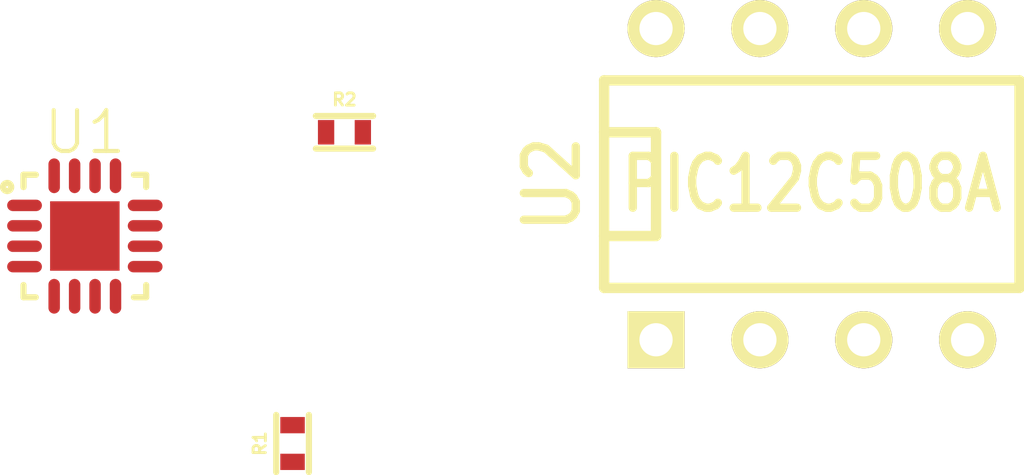
<source format=kicad_pcb>
(kicad_pcb (version 4) (host pcbnew "(2014-08-29 BZR 5106)-product")

  (general
    (links 0)
    (no_connects 0)
    (area 0 0 0 0)
    (thickness 1.6)
    (drawings 0)
    (tracks 0)
    (zones 0)
    (modules 4)
    (nets 30)
  )

  (page A4)
  (layers
    (0 F.Cu signal)
    (31 B.Cu signal)
    (32 B.Adhes user)
    (33 F.Adhes user)
    (34 B.Paste user)
    (35 F.Paste user)
    (36 B.SilkS user)
    (37 F.SilkS user)
    (38 B.Mask user)
    (39 F.Mask user)
    (40 Dwgs.User user)
    (41 Cmts.User user)
    (42 Eco1.User user)
    (43 Eco2.User user)
    (44 Edge.Cuts user)
    (45 Margin user)
    (46 B.CrtYd user)
    (47 F.CrtYd user)
    (48 B.Fab user)
    (49 F.Fab user)
  )

  (setup
    (last_trace_width 0.254)
    (trace_clearance 0.254)
    (zone_clearance 0.508)
    (zone_45_only no)
    (trace_min 0.254)
    (segment_width 0.2)
    (edge_width 0.1)
    (via_size 0.889)
    (via_drill 0.635)
    (via_min_size 0.889)
    (via_min_drill 0.508)
    (uvia_size 0.508)
    (uvia_drill 0.127)
    (uvias_allowed no)
    (uvia_min_size 0.508)
    (uvia_min_drill 0.127)
    (pcb_text_width 0.3)
    (pcb_text_size 1.5 1.5)
    (mod_edge_width 0.15)
    (mod_text_size 1 1)
    (mod_text_width 0.15)
    (pad_size 1.7 1.7)
    (pad_drill 0)
    (pad_to_mask_clearance 0)
    (aux_axis_origin 0 0)
    (visible_elements FFFFF77F)
    (pcbplotparams
      (layerselection 0x00030_80000001)
      (usegerberextensions false)
      (excludeedgelayer true)
      (linewidth 0.100000)
      (plotframeref false)
      (viasonmask false)
      (mode 1)
      (useauxorigin false)
      (hpglpennumber 1)
      (hpglpenspeed 20)
      (hpglpendiameter 15)
      (hpglpenoverlay 2)
      (psnegative false)
      (psa4output false)
      (plotreference true)
      (plotvalue true)
      (plotinvisibletext false)
      (padsonsilk false)
      (subtractmaskfromsilk false)
      (outputformat 1)
      (mirror false)
      (drillshape 1)
      (scaleselection 1)
      (outputdirectory ""))
  )

  (net 0 "")
  (net 1 "Net-(R1-Pad1)")
  (net 2 "Net-(R1-Pad2)")
  (net 3 "Net-(R2-Pad1)")
  (net 4 "Net-(R2-Pad2)")
  (net 5 "Net-(U1-Pad1)")
  (net 6 "Net-(U1-Pad2)")
  (net 7 "Net-(U1-Pad3)")
  (net 8 "Net-(U1-Pad4)")
  (net 9 "Net-(U1-Pad5)")
  (net 10 "Net-(U1-Pad6)")
  (net 11 "Net-(U1-Pad7)")
  (net 12 "Net-(U1-Pad8)")
  (net 13 "Net-(U1-Pad9)")
  (net 14 "Net-(U1-Pad10)")
  (net 15 "Net-(U1-Pad11)")
  (net 16 "Net-(U1-Pad12)")
  (net 17 "Net-(U1-Pad13)")
  (net 18 "Net-(U1-Pad14)")
  (net 19 "Net-(U1-Pad15)")
  (net 20 "Net-(U1-Pad16)")
  (net 21 "Net-(U1-Pad17)")
  (net 22 "Net-(U2-Pad1)")
  (net 23 "Net-(U2-Pad2)")
  (net 24 "Net-(U2-Pad3)")
  (net 25 "Net-(U2-Pad4)")
  (net 26 "Net-(U2-Pad5)")
  (net 27 "Net-(U2-Pad6)")
  (net 28 "Net-(U2-Pad7)")
  (net 29 "Net-(U2-Pad8)")

  (net_class Default "This is the default net class."
    (clearance 0.254)
    (trace_width 0.254)
    (via_dia 0.889)
    (via_drill 0.635)
    (uvia_dia 0.508)
    (uvia_drill 0.127)
    (add_net "Net-(R1-Pad1)")
    (add_net "Net-(R1-Pad2)")
    (add_net "Net-(R2-Pad1)")
    (add_net "Net-(R2-Pad2)")
    (add_net "Net-(U1-Pad1)")
    (add_net "Net-(U1-Pad10)")
    (add_net "Net-(U1-Pad11)")
    (add_net "Net-(U1-Pad12)")
    (add_net "Net-(U1-Pad13)")
    (add_net "Net-(U1-Pad14)")
    (add_net "Net-(U1-Pad15)")
    (add_net "Net-(U1-Pad16)")
    (add_net "Net-(U1-Pad17)")
    (add_net "Net-(U1-Pad2)")
    (add_net "Net-(U1-Pad3)")
    (add_net "Net-(U1-Pad4)")
    (add_net "Net-(U1-Pad5)")
    (add_net "Net-(U1-Pad6)")
    (add_net "Net-(U1-Pad7)")
    (add_net "Net-(U1-Pad8)")
    (add_net "Net-(U1-Pad9)")
    (add_net "Net-(U2-Pad1)")
    (add_net "Net-(U2-Pad2)")
    (add_net "Net-(U2-Pad3)")
    (add_net "Net-(U2-Pad4)")
    (add_net "Net-(U2-Pad5)")
    (add_net "Net-(U2-Pad6)")
    (add_net "Net-(U2-Pad7)")
    (add_net "Net-(U2-Pad8)")
  )

  (module Resistors_SMD:R_0402 (layer F.Cu) (tedit 5408E5C3) (tstamp 5408E60B)
    (at 148.59 109.22 90)
    (path /5408B73F)
    (attr smd)
    (fp_text reference R1 (at 0 -0.8 90) (layer F.SilkS)
      (effects (font (size 0.3 0.3) (thickness 0.07)))
    )
    (fp_text value 1000m (at 0 0.8 90) (layer F.SilkS) hide
      (effects (font (size 0.3 0.3) (thickness 0.07)))
    )
    (fp_line (start 0.7 -0.4) (end -0.7 -0.4) (layer F.SilkS) (width 0.15))
    (fp_line (start 0.7 0.4) (end -0.7 0.4) (layer F.SilkS) (width 0.15))
    (fp_circle (center 0 0) (end 0.05 0) (layer F.Adhes) (width 0.2))
    (pad 1 smd rect (at -0.44958 0 90) (size 0.39878 0.59944) (layers F.Cu F.Paste F.Mask)
      (net 1 "Net-(R1-Pad1)"))
    (pad 2 smd rect (at 0.44958 0 90) (size 0.39878 0.59944) (layers F.Cu F.Paste F.Mask)
      (net 2 "Net-(R1-Pad2)"))
    (model smd/resistors/R0402.wrl
      (at (xyz 0 0 0))
      (scale (xyz 0.27 0.27 0.27))
      (rotate (xyz 0 0 0))
    )
  )

  (module Resistors_SMD:R_0402 (layer F.Cu) (tedit 5408E5C3) (tstamp 5408E614)
    (at 149.86 101.6)
    (path /5408B406)
    (attr smd)
    (fp_text reference R2 (at 0 -0.8) (layer F.SilkS)
      (effects (font (size 0.3 0.3) (thickness 0.07)))
    )
    (fp_text value 1k (at 0 0.8) (layer F.SilkS) hide
      (effects (font (size 0.3 0.3) (thickness 0.07)))
    )
    (fp_line (start 0.7 -0.4) (end -0.7 -0.4) (layer F.SilkS) (width 0.15))
    (fp_line (start 0.7 0.4) (end -0.7 0.4) (layer F.SilkS) (width 0.15))
    (fp_circle (center 0 0) (end 0.05 0) (layer F.Adhes) (width 0.2))
    (pad 1 smd rect (at -0.44958 0) (size 0.39878 0.59944) (layers F.Cu F.Paste F.Mask)
      (net 3 "Net-(R2-Pad1)"))
    (pad 2 smd rect (at 0.44958 0) (size 0.39878 0.59944) (layers F.Cu F.Paste F.Mask)
      (net 4 "Net-(R2-Pad2)"))
    (model smd/resistors/R0402.wrl
      (at (xyz 0 0 0))
      (scale (xyz 0.27 0.27 0.27))
      (rotate (xyz 0 0 0))
    )
  )

  (module Sockets_DIP:DIP-8__300 (layer F.Cu) (tedit 5408E5C3) (tstamp 5408E647)
    (at 161.29 102.87)
    (descr "8 pins DIL package, round pads")
    (tags DIL)
    (path /5408C174)
    (fp_text reference U2 (at -6.35 0 90) (layer F.SilkS)
      (effects (font (size 1.27 1.143) (thickness 0.2032)))
    )
    (fp_text value PIC12C508A (at 0 0) (layer F.SilkS)
      (effects (font (size 1.27 1.016) (thickness 0.2032)))
    )
    (fp_line (start -5.08 -1.27) (end -3.81 -1.27) (layer F.SilkS) (width 0.254))
    (fp_line (start -3.81 -1.27) (end -3.81 1.27) (layer F.SilkS) (width 0.254))
    (fp_line (start -3.81 1.27) (end -5.08 1.27) (layer F.SilkS) (width 0.254))
    (fp_line (start -5.08 -2.54) (end 5.08 -2.54) (layer F.SilkS) (width 0.254))
    (fp_line (start 5.08 -2.54) (end 5.08 2.54) (layer F.SilkS) (width 0.254))
    (fp_line (start 5.08 2.54) (end -5.08 2.54) (layer F.SilkS) (width 0.254))
    (fp_line (start -5.08 2.54) (end -5.08 -2.54) (layer F.SilkS) (width 0.254))
    (pad 1 thru_hole rect (at -3.81 3.81) (size 1.397 1.397) (drill 0.8128) (layers *.Cu *.Mask F.SilkS)
      (net 22 "Net-(U2-Pad1)"))
    (pad 2 thru_hole circle (at -1.27 3.81) (size 1.397 1.397) (drill 0.8128) (layers *.Cu *.Mask F.SilkS)
      (net 23 "Net-(U2-Pad2)"))
    (pad 3 thru_hole circle (at 1.27 3.81) (size 1.397 1.397) (drill 0.8128) (layers *.Cu *.Mask F.SilkS)
      (net 24 "Net-(U2-Pad3)"))
    (pad 4 thru_hole circle (at 3.81 3.81) (size 1.397 1.397) (drill 0.8128) (layers *.Cu *.Mask F.SilkS)
      (net 25 "Net-(U2-Pad4)"))
    (pad 5 thru_hole circle (at 3.81 -3.81) (size 1.397 1.397) (drill 0.8128) (layers *.Cu *.Mask F.SilkS)
      (net 26 "Net-(U2-Pad5)"))
    (pad 6 thru_hole circle (at 1.27 -3.81) (size 1.397 1.397) (drill 0.8128) (layers *.Cu *.Mask F.SilkS)
      (net 27 "Net-(U2-Pad6)"))
    (pad 7 thru_hole circle (at -1.27 -3.81) (size 1.397 1.397) (drill 0.8128) (layers *.Cu *.Mask F.SilkS)
      (net 28 "Net-(U2-Pad7)"))
    (pad 8 thru_hole circle (at -3.81 -3.81) (size 1.397 1.397) (drill 0.8128) (layers *.Cu *.Mask F.SilkS)
      (net 29 "Net-(U2-Pad8)"))
    (model dil/dil_8.wrl
      (at (xyz 0 0 0))
      (scale (xyz 1 1 1))
      (rotate (xyz 0 0 0))
    )
  )

  (module parts:QFN-16-1EP (layer F.Cu) (tedit 5408E70E) (tstamp 5408E8C8)
    (at 143.51 104.14)
    (path /5408DF99)
    (fp_text reference U1 (at 0 -2.54) (layer F.SilkS)
      (effects (font (size 1 1) (thickness 0.1)))
    )
    (fp_text value TPS6213X (at 0 2.54) (layer F.SilkS) hide
      (effects (font (size 1 1) (thickness 0.1)))
    )
    (fp_circle (center -1.9 -1.2) (end -2 -1.2) (layer F.SilkS) (width 0.15))
    (fp_line (start 1.5 -1.2) (end 1.5 -1.5) (layer F.SilkS) (width 0.15))
    (fp_line (start 1.2 -1.5) (end 1.5 -1.5) (layer F.SilkS) (width 0.15))
    (fp_line (start 1.2 1.5) (end 1.5 1.5) (layer F.SilkS) (width 0.15))
    (fp_line (start 1.5 1.5) (end 1.5 1.2) (layer F.SilkS) (width 0.15))
    (fp_line (start -1.5 1.5) (end -1.5 1.2) (layer F.SilkS) (width 0.15))
    (fp_line (start -1.5 1.5) (end -1.2 1.5) (layer F.SilkS) (width 0.15))
    (fp_line (start -1.5 -1.5) (end -1.2 -1.5) (layer F.SilkS) (width 0.15))
    (fp_line (start -1.5 -1.2) (end -1.5 -1.5) (layer F.SilkS) (width 0.15))
    (fp_line (start -1.5 -1.2) (end -1.5 -1.5) (layer F.SilkS) (width 0.15))
    (fp_line (start -1.5 -1.5) (end -1.2 -1.5) (layer F.SilkS) (width 0.15))
    (pad 1 smd oval (at -1.475 -0.75 90) (size 0.28 0.85) (layers F.Cu F.Paste F.Mask)
      (net 5 "Net-(U1-Pad1)"))
    (pad 2 smd oval (at -1.475 -0.25 90) (size 0.28 0.85) (layers F.Cu F.Paste F.Mask)
      (net 6 "Net-(U1-Pad2)"))
    (pad 3 smd oval (at -1.475 0.25 90) (size 0.28 0.85) (layers F.Cu F.Paste F.Mask)
      (net 7 "Net-(U1-Pad3)"))
    (pad 4 smd oval (at -1.475 0.75 90) (size 0.28 0.85) (layers F.Cu F.Paste F.Mask)
      (net 8 "Net-(U1-Pad4)"))
    (pad 5 smd oval (at -0.75 1.475) (size 0.28 0.85) (layers F.Cu F.Paste F.Mask)
      (net 9 "Net-(U1-Pad5)"))
    (pad 6 smd oval (at -0.25 1.475) (size 0.28 0.85) (layers F.Cu F.Paste F.Mask)
      (net 10 "Net-(U1-Pad6)"))
    (pad 7 smd oval (at 0.25 1.475) (size 0.28 0.85) (layers F.Cu F.Paste F.Mask)
      (net 11 "Net-(U1-Pad7)"))
    (pad 8 smd oval (at 0.75 1.475) (size 0.28 0.85) (layers F.Cu F.Paste F.Mask)
      (net 12 "Net-(U1-Pad8)"))
    (pad 9 smd oval (at 1.475 0.75 90) (size 0.28 0.85) (layers F.Cu F.Paste F.Mask)
      (net 13 "Net-(U1-Pad9)"))
    (pad 10 smd oval (at 1.475 0.25 90) (size 0.28 0.85) (layers F.Cu F.Paste F.Mask)
      (net 14 "Net-(U1-Pad10)"))
    (pad 11 smd oval (at 1.475 -0.25 90) (size 0.28 0.85) (layers F.Cu F.Paste F.Mask)
      (net 15 "Net-(U1-Pad11)"))
    (pad 12 smd oval (at 1.475 -0.75 90) (size 0.28 0.85) (layers F.Cu F.Paste F.Mask)
      (net 16 "Net-(U1-Pad12)"))
    (pad 13 smd oval (at 0.75 -1.475) (size 0.28 0.85) (layers F.Cu F.Paste F.Mask)
      (net 17 "Net-(U1-Pad13)"))
    (pad 14 smd oval (at 0.25 -1.475) (size 0.28 0.85) (layers F.Cu F.Paste F.Mask)
      (net 18 "Net-(U1-Pad14)"))
    (pad 15 smd oval (at -0.25 -1.475) (size 0.28 0.85) (layers F.Cu F.Paste F.Mask)
      (net 19 "Net-(U1-Pad15)"))
    (pad 16 smd oval (at -0.75 -1.475) (size 0.28 0.85) (layers F.Cu F.Paste F.Mask)
      (net 20 "Net-(U1-Pad16)"))
    (pad 17 smd rect (at 0 0) (size 1.7 1.7) (layers F.Cu F.Paste F.Mask)
      (net 21 "Net-(U1-Pad17)"))
  )

)

</source>
